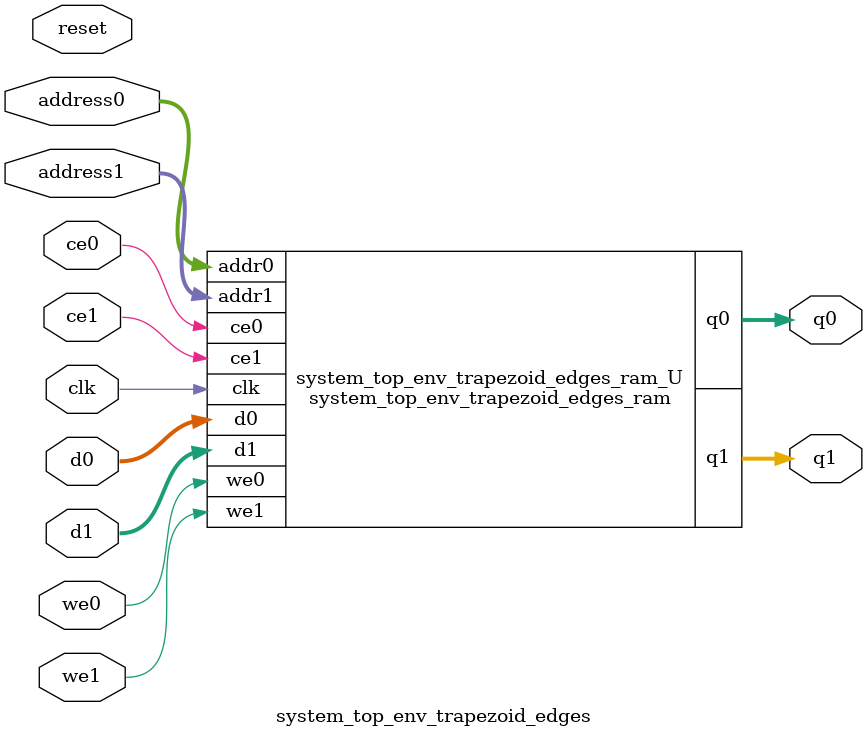
<source format=v>
`timescale 1 ns / 1 ps
module system_top_env_trapezoid_edges_ram (addr0, ce0, d0, we0, q0, addr1, ce1, d1, we1, q1,  clk);

parameter DWIDTH = 64;
parameter AWIDTH = 3;
parameter MEM_SIZE = 5;

input[AWIDTH-1:0] addr0;
input ce0;
input[DWIDTH-1:0] d0;
input we0;
output reg[DWIDTH-1:0] q0;
input[AWIDTH-1:0] addr1;
input ce1;
input[DWIDTH-1:0] d1;
input we1;
output reg[DWIDTH-1:0] q1;
input clk;

reg [DWIDTH-1:0] ram[0:MEM_SIZE-1];




always @(posedge clk)  
begin 
    if (ce0) begin
        if (we0) 
            ram[addr0] <= d0; 
        q0 <= ram[addr0];
    end
end


always @(posedge clk)  
begin 
    if (ce1) begin
        if (we1) 
            ram[addr1] <= d1; 
        q1 <= ram[addr1];
    end
end


endmodule

`timescale 1 ns / 1 ps
module system_top_env_trapezoid_edges(
    reset,
    clk,
    address0,
    ce0,
    we0,
    d0,
    q0,
    address1,
    ce1,
    we1,
    d1,
    q1);

parameter DataWidth = 32'd64;
parameter AddressRange = 32'd5;
parameter AddressWidth = 32'd3;
input reset;
input clk;
input[AddressWidth - 1:0] address0;
input ce0;
input we0;
input[DataWidth - 1:0] d0;
output[DataWidth - 1:0] q0;
input[AddressWidth - 1:0] address1;
input ce1;
input we1;
input[DataWidth - 1:0] d1;
output[DataWidth - 1:0] q1;



system_top_env_trapezoid_edges_ram system_top_env_trapezoid_edges_ram_U(
    .clk( clk ),
    .addr0( address0 ),
    .ce0( ce0 ),
    .we0( we0 ),
    .d0( d0 ),
    .q0( q0 ),
    .addr1( address1 ),
    .ce1( ce1 ),
    .we1( we1 ),
    .d1( d1 ),
    .q1( q1 ));

endmodule


</source>
